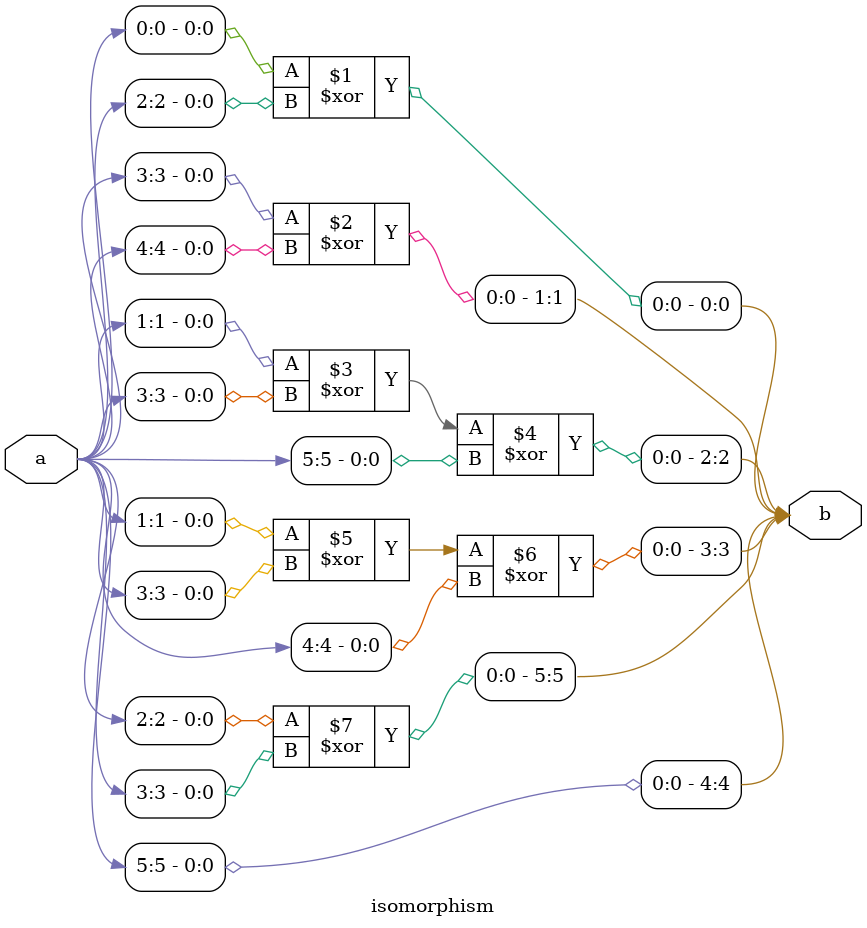
<source format=v>
`timescale 1ns/100ps
module SMS23_19_pp_9_3(x,y);
	 input [5:0] x;
	 output [5:0] y;
	 wire [5:0] w;
	 wire [5:0] p;
	 isomorphism C2 (x,w);
	 power_19 C3 (w,p);
	 inv_isomorphism C4 (p,y);
endmodule

module square_base(a,b);
	 input [1:0] a;
	 output [1:0] b;
	 assign b[0]=a[0]^a[1];
	 assign b[1]=a[1];
endmodule

module add_base(a,b,c);
	 input [1:0] a;
	 input [1:0] b;
	 output [1:0] c;
	 assign c[0]=a[0]^b[0];
	 assign c[1]=a[1]^b[1];
endmodule

module constant_multiplication_base_0(a,b);
	 input [1:0] a;
	 output [1:0] b;
	 assign b[0]=0;
	 assign b[1]=0;
endmodule

module constant_multiplication_base_1(a,b);
	 input [1:0] a;
	 output [1:0] b;
	 assign b[0]=a[0];
	 assign b[1]=a[1];
endmodule

module constant_multiplication_base_2(a,b);
	 input [1:0] a;
	 output [1:0] b;
	 assign b[0]=a[1];
	 assign b[1]=a[0]^a[1];
endmodule

module constant_multiplication_base_3(a,b);
	 input [1:0] a;
	 output [1:0] b;
	 assign b[0]=a[0]^a[1];
	 assign b[1]=a[0];
endmodule

module multiplication_base(a,b,c);
	 input [1:0] a;
	 input [1:0] b;
	 output [1:0] c;
	 wire t;
	 assign t=(a[1]&b[1]);
	 assign c[0]=(a[0]&b[0])^t;
	 assign c[1]=(a[0]&b[1])^(a[1]&b[0])^t;
endmodule

module multi_qube_base(a,b,c);
	 input [1:0] a;
	 input [1:0] b;
	 output [1:0] c;
	 wire t;
	 assign t=a[0]^(~a[0]&a[1]);
	 assign c[0]=t&b[0];
	 assign c[1]=t&b[1];
endmodule

module power_19(a,b);
	 input [5:0] a;
	 output [5:0] b;
	 wire [1:0] x_0;
	 wire [1:0] x_1;
	 wire [1:0] x_2;
	 wire [1:0] x_3;
	 wire [1:0] x_4;
	 wire [1:0] x_5;
	 wire [1:0] x_6;
	 wire [1:0] x_7;
	 wire [1:0] x_8;
	 wire [1:0] x_9;
	 wire [1:0] x_10;
	 wire [1:0] x_11;
	 wire [1:0] x_12;
	 wire [1:0] x_13;
	 wire [1:0] x_14;
	 wire [1:0] y_0;
	 wire [1:0] y_1;
	 wire [1:0] y_2;
	 wire [1:0] y_3;
	 wire [1:0] y_4;
	 wire [1:0] y_5;
	 wire [1:0] w_0_0;
	 wire [1:0] w_0_1;
	 wire [1:0] w_0_2;
	 wire [1:0] w_0_3;
	 wire [1:0] w_0_4;
	 wire [1:0] w_0_5;
	 wire [1:0] w_0_6;
	 wire [1:0] w_0_7;
	 wire [1:0] w_0_8;
	 wire [1:0] w_0_9;
	 wire [1:0] w_0_10;
	 wire [1:0] w_0_11;
	 wire [1:0] w_0_12;
	 wire [1:0] w_0_13;
	 wire [1:0] w_0_14;
	 wire [1:0] w_1_0;
	 wire [1:0] w_1_1;
	 wire [1:0] w_1_2;
	 wire [1:0] w_1_3;
	 wire [1:0] w_1_4;
	 wire [1:0] w_1_5;
	 wire [1:0] w_1_6;
	 wire [1:0] w_1_7;
	 wire [1:0] w_1_8;
	 wire [1:0] w_1_9;
	 wire [1:0] w_1_10;
	 wire [1:0] w_1_11;
	 wire [1:0] w_1_12;
	 wire [1:0] w_1_13;
	 wire [1:0] w_1_14;
	 wire [1:0] w_2_0;
	 wire [1:0] w_2_1;
	 wire [1:0] w_2_2;
	 wire [1:0] w_2_3;
	 wire [1:0] w_2_4;
	 wire [1:0] w_2_5;
	 wire [1:0] w_2_6;
	 wire [1:0] w_2_7;
	 wire [1:0] w_2_8;
	 wire [1:0] w_2_9;
	 wire [1:0] w_2_10;
	 wire [1:0] w_2_11;
	 wire [1:0] w_2_12;
	 wire [1:0] w_2_13;
	 wire [1:0] w_2_14;
	 wire [1:0] z_0_0;
	 wire [1:0] z_0_1;
	 wire [1:0] z_0_2;
	 wire [1:0] z_0_3;
	 wire [1:0] z_0_4;
	 wire [1:0] z_0_5;
	 wire [1:0] z_0_6;
	 wire [1:0] z_0_7;
	 wire [1:0] z_0_8;
	 wire [1:0] z_0_9;
	 wire [1:0] z_0_10;
	 wire [1:0] z_0_11;
	 wire [1:0] z_0_12;
	 wire [1:0] z_0_13;
	 wire [1:0] z_1_0;
	 wire [1:0] z_1_1;
	 wire [1:0] z_1_2;
	 wire [1:0] z_1_3;
	 wire [1:0] z_1_4;
	 wire [1:0] z_1_5;
	 wire [1:0] z_1_6;
	 wire [1:0] z_1_7;
	 wire [1:0] z_1_8;
	 wire [1:0] z_1_9;
	 wire [1:0] z_1_10;
	 wire [1:0] z_1_11;
	 wire [1:0] z_1_12;
	 wire [1:0] z_1_13;
	 wire [1:0] z_2_0;
	 wire [1:0] z_2_1;
	 wire [1:0] z_2_2;
	 wire [1:0] z_2_3;
	 wire [1:0] z_2_4;
	 wire [1:0] z_2_5;
	 wire [1:0] z_2_6;
	 wire [1:0] z_2_7;
	 wire [1:0] z_2_8;
	 wire [1:0] z_2_9;
	 wire [1:0] z_2_10;
	 wire [1:0] z_2_11;
	 wire [1:0] z_2_12;
	 wire [1:0] z_2_13;
	 assign x_0[0]=a[0];
	 assign x_0[1]=a[1];
	 assign x_1[0]=a[2];
	 assign x_1[1]=a[3];
	 assign x_2[0]=a[4];
	 assign x_2[1]=a[5];
	 square_base  SB1 (x_0,y_0);
	 square_base SB2 (x_1,y_1);
	 square_base SB3 (x_2,y_2);
	 multi_qube_base MQB1 (x_0,x_1,x_3);
	 multi_qube_base MQB2 (x_0,x_2,x_4);
	 multi_qube_base MQB3 (x_1,x_0,x_5);
	 multi_qube_base MQB4 (x_1,x_2,x_6);
	 multi_qube_base MQB5 (x_2,x_0,x_7);
	 multi_qube_base MQB6 (x_2,x_1,x_8);
	 multiplication_base MB1 (y_0,y_1,x_9);
	 multiplication_base MB2 (y_0,y_2,x_10);
	 multiplication_base MB3 (y_1,y_2,x_11);
	 multiplication_base MB4 (x_1,x_2,y_3);
	 multiplication_base MB5 (y_0,y_3,x_12);
	 multiplication_base MB6 (x_0,x_2,y_4);
	 multiplication_base MB7 (y_1,y_4,x_13);
	 multiplication_base MB8 (x_0,x_1,y_5);
	 multiplication_base MB9 (y_2,y_5,x_14);
	 constant_multiplication_base_1 MC00 (x_0,w_0_0);
	 constant_multiplication_base_3 MC01 (x_1,w_0_1);
	 constant_multiplication_base_0 MC02 (x_2,w_0_2);
	 constant_multiplication_base_1 MC03 (x_3,w_0_3);
	 constant_multiplication_base_1 MC04 (x_4,w_0_4);
	 constant_multiplication_base_1 MC05 (x_5,w_0_5);
	 constant_multiplication_base_1 MC06 (x_6,w_0_6);
	 constant_multiplication_base_1 MC07 (x_7,w_0_7);
	 constant_multiplication_base_2 MC08 (x_8,w_0_8);
	 constant_multiplication_base_0 MC09 (x_9,w_0_9);
	 constant_multiplication_base_1 MC010 (x_10,w_0_10);
	 constant_multiplication_base_2 MC011 (x_11,w_0_11);
	 constant_multiplication_base_2 MC012 (x_12,w_0_12);
	 constant_multiplication_base_1 MC013 (x_13,w_0_13);
	 constant_multiplication_base_3 MC014 (x_14,w_0_14);
	 constant_multiplication_base_0 MC10 (x_0,w_1_0);
	 constant_multiplication_base_2 MC11 (x_1,w_1_1);
	 constant_multiplication_base_2 MC12 (x_2,w_1_2);
	 constant_multiplication_base_3 MC13 (x_3,w_1_3);
	 constant_multiplication_base_0 MC14 (x_4,w_1_4);
	 constant_multiplication_base_2 MC15 (x_5,w_1_5);
	 constant_multiplication_base_3 MC16 (x_6,w_1_6);
	 constant_multiplication_base_0 MC17 (x_7,w_1_7);
	 constant_multiplication_base_1 MC18 (x_8,w_1_8);
	 constant_multiplication_base_1 MC19 (x_9,w_1_9);
	 constant_multiplication_base_1 MC110 (x_10,w_1_10);
	 constant_multiplication_base_2 MC111 (x_11,w_1_11);
	 constant_multiplication_base_2 MC112 (x_12,w_1_12);
	 constant_multiplication_base_1 MC113 (x_13,w_1_13);
	 constant_multiplication_base_1 MC114 (x_14,w_1_14);
	 constant_multiplication_base_0 MC20 (x_0,w_2_0);
	 constant_multiplication_base_2 MC21 (x_1,w_2_1);
	 constant_multiplication_base_3 MC22 (x_2,w_2_2);
	 constant_multiplication_base_0 MC23 (x_3,w_2_3);
	 constant_multiplication_base_2 MC24 (x_4,w_2_4);
	 constant_multiplication_base_0 MC25 (x_5,w_2_5);
	 constant_multiplication_base_1 MC26 (x_6,w_2_6);
	 constant_multiplication_base_3 MC27 (x_7,w_2_7);
	 constant_multiplication_base_0 MC28 (x_8,w_2_8);
	 constant_multiplication_base_3 MC29 (x_9,w_2_9);
	 constant_multiplication_base_1 MC210 (x_10,w_2_10);
	 constant_multiplication_base_1 MC211 (x_11,w_2_11);
	 constant_multiplication_base_3 MC212 (x_12,w_2_12);
	 constant_multiplication_base_1 MC213 (x_13,w_2_13);
	 constant_multiplication_base_2 MC214 (x_14,w_2_14);
	 add_base AB00 (w_0_0,w_0_1,z_0_0);
	 add_base AB01 (w_0_2,z_0_0,z_0_1);
	 add_base AB02 (w_0_3,z_0_1,z_0_2);
	 add_base AB03 (w_0_4,z_0_2,z_0_3);
	 add_base AB04 (w_0_5,z_0_3,z_0_4);
	 add_base AB05 (w_0_6,z_0_4,z_0_5);
	 add_base AB06 (w_0_7,z_0_5,z_0_6);
	 add_base AB07 (w_0_8,z_0_6,z_0_7);
	 add_base AB08 (w_0_9,z_0_7,z_0_8);
	 add_base AB09 (w_0_10,z_0_8,z_0_9);
	 add_base AB010 (w_0_11,z_0_9,z_0_10);
	 add_base AB011 (w_0_12,z_0_10,z_0_11);
	 add_base AB012 (w_0_13,z_0_11,z_0_12);
	 add_base AB013 (w_0_14,z_0_12,z_0_13);
	 add_base AB10 (w_1_0,w_1_1,z_1_0);
	 add_base AB11 (w_1_2,z_1_0,z_1_1);
	 add_base AB12 (w_1_3,z_1_1,z_1_2);
	 add_base AB13 (w_1_4,z_1_2,z_1_3);
	 add_base AB14 (w_1_5,z_1_3,z_1_4);
	 add_base AB15 (w_1_6,z_1_4,z_1_5);
	 add_base AB16 (w_1_7,z_1_5,z_1_6);
	 add_base AB17 (w_1_8,z_1_6,z_1_7);
	 add_base AB18 (w_1_9,z_1_7,z_1_8);
	 add_base AB19 (w_1_10,z_1_8,z_1_9);
	 add_base AB110 (w_1_11,z_1_9,z_1_10);
	 add_base AB111 (w_1_12,z_1_10,z_1_11);
	 add_base AB112 (w_1_13,z_1_11,z_1_12);
	 add_base AB113 (w_1_14,z_1_12,z_1_13);
	 add_base AB20 (w_2_0,w_2_1,z_2_0);
	 add_base AB21 (w_2_2,z_2_0,z_2_1);
	 add_base AB22 (w_2_3,z_2_1,z_2_2);
	 add_base AB23 (w_2_4,z_2_2,z_2_3);
	 add_base AB24 (w_2_5,z_2_3,z_2_4);
	 add_base AB25 (w_2_6,z_2_4,z_2_5);
	 add_base AB26 (w_2_7,z_2_5,z_2_6);
	 add_base AB27 (w_2_8,z_2_6,z_2_7);
	 add_base AB28 (w_2_9,z_2_7,z_2_8);
	 add_base AB29 (w_2_10,z_2_8,z_2_9);
	 add_base AB210 (w_2_11,z_2_9,z_2_10);
	 add_base AB211 (w_2_12,z_2_10,z_2_11);
	 add_base AB212 (w_2_13,z_2_11,z_2_12);
	 add_base AB213 (w_2_14,z_2_12,z_2_13);
	 assign b[0]=z_0_13[0];
	 assign b[1]=z_0_13[1];
	 assign b[2]=z_1_13[0];
	 assign b[3]=z_1_13[1];
	 assign b[4]=z_2_13[0];
	 assign b[5]=z_2_13[1];
endmodule

module inv_isomorphism(a,b);
	 input [5:0] a;
	 output [5:0] b;
	 assign b[0]=a[0]^a[1]^a[2]^a[4];
	 assign b[1]=a[2];
	 assign b[2]=a[0]^a[2]^a[3]^a[4]^a[5];
	 assign b[3]=a[3]^a[5];
	 assign b[4]=a[3]^a[4]^a[5];
	 assign b[5]=a[0]^a[1]^a[3]^a[4];
endmodule

module isomorphism(a,b);
	 input [5:0] a;
	 output [5:0] b;
	 assign b[0]=a[0]^a[2];
	 assign b[1]=a[3]^a[4];
	 assign b[2]=a[1]^a[3]^a[5];
	 assign b[3]=a[1]^a[3]^a[4];
	 assign b[4]=a[5];
	 assign b[5]=a[2]^a[3];
endmodule


</source>
